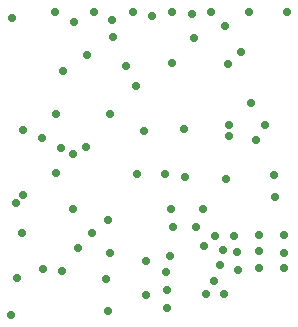
<source format=gbs>
G04 Layer_Color=16711935*
%FSLAX25Y25*%
%MOIN*%
G70*
G01*
G75*
%ADD62C,0.02800*%
D62*
X83000Y73100D02*
D03*
X44500Y78700D02*
D03*
X3100Y2500D02*
D03*
X6900Y42600D02*
D03*
X20000Y17300D02*
D03*
X20200Y84000D02*
D03*
X24000Y100300D02*
D03*
X37000Y95100D02*
D03*
X36500Y100700D02*
D03*
X50100Y102300D02*
D03*
X63200Y102900D02*
D03*
X74200Y98800D02*
D03*
X79700Y90200D02*
D03*
X95000Y103500D02*
D03*
X82300D02*
D03*
X69500D02*
D03*
X56500D02*
D03*
X43600D02*
D03*
X30700D02*
D03*
X17700D02*
D03*
X13700Y18000D02*
D03*
X13400Y61400D02*
D03*
X28400Y89200D02*
D03*
X75500Y66000D02*
D03*
Y62200D02*
D03*
X84716Y60900D02*
D03*
X48000Y9100D02*
D03*
X47200Y63800D02*
D03*
X61000Y48400D02*
D03*
X23800Y56300D02*
D03*
X67100Y38000D02*
D03*
X6800Y30000D02*
D03*
X57100Y32000D02*
D03*
X64700D02*
D03*
X56300Y38000D02*
D03*
X47900Y20500D02*
D03*
X90500Y49300D02*
D03*
X74800Y48000D02*
D03*
X90900Y42000D02*
D03*
X35300Y3900D02*
D03*
X34800Y14600D02*
D03*
X36000Y23100D02*
D03*
X25300Y24800D02*
D03*
X4900Y14700D02*
D03*
X23500Y37700D02*
D03*
X19500Y58100D02*
D03*
X4800Y39800D02*
D03*
X35400Y34200D02*
D03*
X28000Y58400D02*
D03*
X18100Y69500D02*
D03*
X35900Y69400D02*
D03*
X41300Y85600D02*
D03*
X56700Y86500D02*
D03*
X64100Y94900D02*
D03*
X75400Y86329D02*
D03*
X3400Y101400D02*
D03*
X60600Y64400D02*
D03*
X45000Y49400D02*
D03*
X54224Y49500D02*
D03*
X68000Y9500D02*
D03*
X74000Y9600D02*
D03*
X70700Y14000D02*
D03*
X72800Y19100D02*
D03*
X78700Y17500D02*
D03*
X85600Y18100D02*
D03*
X94100Y18300D02*
D03*
Y23200D02*
D03*
Y29100D02*
D03*
X85700Y29300D02*
D03*
X77200Y29000D02*
D03*
X85700Y24000D02*
D03*
X78400Y23600D02*
D03*
X67300Y25500D02*
D03*
X70900Y29000D02*
D03*
X73700Y24300D02*
D03*
X56100Y22100D02*
D03*
X54600Y16900D02*
D03*
X55000Y10900D02*
D03*
X54900Y4800D02*
D03*
X17900Y49900D02*
D03*
X87500Y65805D02*
D03*
X29900Y29900D02*
D03*
X6954Y64200D02*
D03*
M02*

</source>
